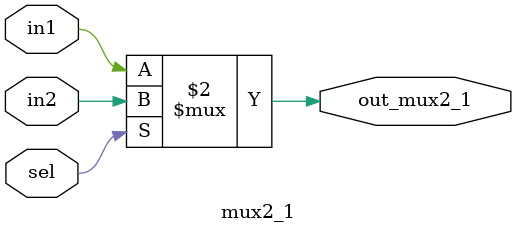
<source format=v>
module mux2_1 (in1,in2,sel,out_mux2_1);


	input in1;
	input in2;
	input sel;
	output out_mux2_1;

	assign out_mux2_1 = (sel == 0)? in1 : in2;

	// always @(posedge clk or negedge rst_n) begin : proc_
	// 	if(~rst_n) begin
	// 		out_mux2_1 <= 1'bz;
	// 	end else begin
	// 		 if (sel == 0)
	// 		 	out_mux2_1 <= in1;
	// 		 else
	// 		 if(sel == 1) begin
	// 		 	out_mux2_1 <= in2;
	// 		 end
	// 		 else
	// 		 	out_mux2_1 <= 1'bz;
	// 	end
	// end

endmodule
</source>
